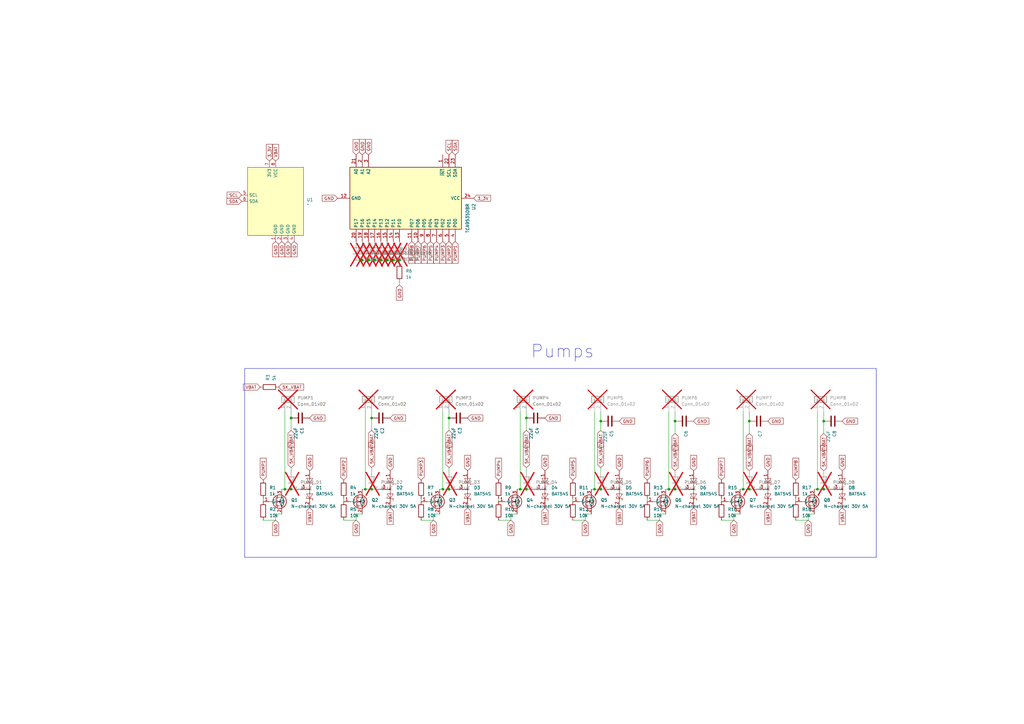
<source format=kicad_sch>
(kicad_sch (version 20250114) (generator "eeschema") (generator_version "9.0")
  (paper "A3")
  (lib_symbols
    (symbol "Connector_Generic:Conn_01x02" (pin_names (offset 1.016) (hide yes))
      (property "Reference" "J" (at 0 2.54 0))
      (property "Value" "Conn_01x02" (at 0 -5.08 0))
      (symbol "Conn_01x02_1_1"
        (rectangle (start -1.27 1.27) (end 1.27 -3.81) (stroke (width 0.254)) (fill (type background)))
        (rectangle (start -1.27 0.127) (end 0 -0.127) (stroke (width 0.1524)))
        (rectangle (start -1.27 -2.413) (end 0 -2.667) (stroke (width 0.1524)))
        (pin passive line (at -5.08 0 0) (length 3.81) (name "Pin_1") (number "1"))
        (pin passive line (at -5.08 -2.54 0) (length 3.81) (name "Pin_2") (number "2"))
      )
    )
    (symbol "Device:C" (pin_numbers (hide yes)) (pin_names (offset 0.254))
      (property "Reference" "C" (at 0.635 2.54 0))
      (property "Value" "C" (at 0.635 -2.54 0))
      (symbol "C_0_1"
        (polyline (pts (xy -2.032 0.762) (xy 2.032 0.762)) (stroke (width 0.508)))
        (polyline (pts (xy -2.032 -0.762) (xy 2.032 -0.762)) (stroke (width 0.508)))
      )
      (symbol "C_1_1"
        (pin passive line (at 0 3.81 270) (length 2.794) (name "~") (number "1"))
        (pin passive line (at 0 -3.81 90) (length 2.794) (name "~") (number "2"))
      )
    )
    (symbol "Device:LED" (pin_numbers (hide yes)) (pin_names (offset 1.016) (hide yes))
      (property "Reference" "D" (at 0 2.54 0))
      (property "Value" "LED" (at 0 -2.54 0))
      (symbol "LED_0_1"
        (polyline (pts (xy -3.048 -0.762) (xy -4.572 -2.286) (xy -3.81 -2.286) (xy -4.572 -2.286) (xy -4.572 -1.524)))
        (polyline (pts (xy -1.778 -0.762) (xy -3.302 -2.286) (xy -2.54 -2.286) (xy -3.302 -2.286) (xy -3.302 -1.524)))
        (polyline (pts (xy -1.27 0) (xy 1.27 0)))
        (polyline (pts (xy -1.27 -1.27) (xy -1.27 1.27)) (stroke (width 0.254)))
        (polyline (pts (xy 1.27 -1.27) (xy 1.27 1.27) (xy -1.27 0) (xy 1.27 -1.27)) (stroke (width 0.254)))
      )
      (symbol "LED_1_1"
        (pin passive line (at -3.81 0 0) (length 2.54) (name "K") (number "1"))
        (pin passive line (at 3.81 0 180) (length 2.54) (name "A") (number "2"))
      )
    )
    (symbol "Device:R" (pin_numbers (hide yes)) (pin_names (offset 0))
      (property "Reference" "R" (at 2.032 0 90))
      (property "Value" "R" (at 0 0 90))
      (symbol "R_0_1"
        (rectangle (start -1.016 -2.54) (end 1.016 2.54) (stroke (width 0.254)))
      )
      (symbol "R_1_1"
        (pin passive line (at 0 3.81 270) (length 1.27) (name "~") (number "1"))
        (pin passive line (at 0 -3.81 90) (length 1.27) (name "~") (number "2"))
      )
    )
    (symbol "Diode:BAS40-04" (pin_names (offset 1.016))
      (property "Reference" "D" (at 0.635 -1.27 0))
      (property "Value" "BAS40-04" (at -6.35 5.715 0))
      (symbol "BAS40-04_0_1"
        (polyline (pts (xy -4.445 3.81) (xy -4.445 1.27) (xy -2.54 2.54) (xy -4.445 3.81)))
        (polyline (pts (xy -3.81 2.54) (xy -1.27 2.54)))
        (polyline (pts (xy -3.175 1.27) (xy -3.175 1.524)))
        (polyline (pts (xy -2.54 3.81) (xy -1.905 3.81)))
        (polyline (pts (xy -2.54 1.27) (xy -3.175 1.27)))
        (polyline (pts (xy -2.54 1.27) (xy -2.54 3.81)))
        (polyline (pts (xy -1.905 3.81) (xy -1.905 3.556)))
        (polyline (pts (xy -1.905 2.54) (xy 1.905 2.54)))
        (circle (center 0 2.54) (radius 0.254) (fill (type outline)))
        (polyline (pts (xy 1.27 2.54) (xy 3.81 2.54)))
        (polyline (pts (xy 1.905 3.81) (xy 1.905 1.27) (xy 3.81 2.54) (xy 1.905 3.81)))
        (polyline (pts (xy 3.175 1.27) (xy 3.175 1.524)))
        (polyline (pts (xy 3.81 3.81) (xy 4.445 3.81)))
        (polyline (pts (xy 3.81 1.27) (xy 3.175 1.27)))
        (polyline (pts (xy 3.81 1.27) (xy 3.81 3.81)))
        (polyline (pts (xy 4.445 3.81) (xy 4.445 3.556)))
      )
      (symbol "BAS40-04_1_1"
        (pin passive line (at -7.62 2.54 0) (length 3.81) (name "~") (number "1"))
        (pin passive line (at 0 -2.54 90) (length 5.08) (name "~") (number "3"))
        (pin passive line (at 7.62 2.54 180) (length 3.81) (name "~") (number "2"))
      )
    )
    (symbol "ESP32-DEVKITC-32D:SL2300" (pin_names (offset 1.016))
      (property "Reference" "Q" (at 0 0 0))
      (property "Value" "SL2300" (at 7.62 0 0))
      (symbol "SL2300_1_1"
        (polyline (pts (xy -1.016 1.905) (xy -1.016 -1.905)) (stroke (width 0.254)))
        (polyline (pts (xy -1.016 0) (xy -3.81 0)))
        (polyline (pts (xy -0.508 2.286) (xy -0.508 1.27)) (stroke (width 0.254)))
        (polyline (pts (xy -0.508 0.508) (xy -0.508 -0.508)) (stroke (width 0.254)))
        (polyline (pts (xy -0.508 -1.27) (xy -0.508 -2.286)) (stroke (width 0.254)))
        (polyline (pts (xy -0.508 -1.778) (xy 2.032 -1.778) (xy 2.032 1.778) (xy -0.508 1.778)))
        (polyline (pts (xy -0.254 0) (xy 0.762 0.381) (xy 0.762 -0.381) (xy -0.254 0)) (fill (type outline)))
        (circle (center 0.381 0) (radius 2.794) (stroke (width 0.254)))
        (polyline (pts (xy 1.27 2.54) (xy 1.27 1.778)))
        (circle (center 1.27 1.778) (radius 0.254) (fill (type outline)))
        (circle (center 1.27 -1.778) (radius 0.254) (fill (type outline)))
        (polyline (pts (xy 1.27 -2.54) (xy 1.27 0) (xy -0.508 0)))
        (polyline (pts (xy 1.524 0.508) (xy 1.651 0.381) (xy 2.413 0.381) (xy 2.54 0.254)))
        (polyline (pts (xy 2.032 0.381) (xy 1.651 -0.254) (xy 2.413 -0.254) (xy 2.032 0.381)))
        (pin input line (at -6.35 0 0) (length 2.54) (name "G") (number "1"))
        (pin passive line (at 1.27 5.08 270) (length 2.54) (name "D") (number "3"))
        (pin passive line (at 1.27 -5.08 90) (length 2.54) (name "S") (number "2"))
      )
    )
    (symbol "Interface_Expansion:TCA9535DBR"
      (property "Reference" "U" (at -11.43 24.13 0))
      (property "Value" "TCA9535DBR" (at 0 0 0))
      (symbol "TCA9535DBR_0_1"
        (rectangle (start -12.7 22.86) (end 12.7 -22.86) (stroke (width 0.254)) (fill (type background)))
      )
      (symbol "TCA9535DBR_1_1"
        (pin bidirectional line (at -17.78 20.32 0) (length 5.08) (name "SDA") (number "23"))
        (pin input line (at -17.78 17.78 0) (length 5.08) (name "SCL") (number "22"))
        (pin open_collector line (at -17.78 15.24 0) (length 5.08) (name "~{INT}") (number "1"))
        (pin input line (at -17.78 -15.24 0) (length 5.08) (name "A2") (number "3"))
        (pin input line (at -17.78 -17.78 0) (length 5.08) (name "A1") (number "2"))
        (pin input line (at -17.78 -20.32 0) (length 5.08) (name "A0") (number "21"))
        (pin power_in line (at 0 27.94 270) (length 5.08) (name "VCC") (number "24"))
        (pin power_in line (at 0 -27.94 90) (length 5.08) (name "GND") (number "12"))
        (pin bidirectional line (at 17.78 20.32 180) (length 5.08) (name "P00") (number "4"))
        (pin bidirectional line (at 17.78 17.78 180) (length 5.08) (name "P01") (number "5"))
        (pin bidirectional line (at 17.78 15.24 180) (length 5.08) (name "P02") (number "6"))
        (pin bidirectional line (at 17.78 12.7 180) (length 5.08) (name "P03") (number "7"))
        (pin bidirectional line (at 17.78 10.16 180) (length 5.08) (name "P04") (number "8"))
        (pin bidirectional line (at 17.78 7.62 180) (length 5.08) (name "P05") (number "9"))
        (pin bidirectional line (at 17.78 5.08 180) (length 5.08) (name "P06") (number "10"))
        (pin bidirectional line (at 17.78 2.54 180) (length 5.08) (name "P07") (number "11"))
        (pin bidirectional line (at 17.78 -2.54 180) (length 5.08) (name "P10") (number "13"))
        (pin bidirectional line (at 17.78 -5.08 180) (length 5.08) (name "P11") (number "14"))
        (pin bidirectional line (at 17.78 -7.62 180) (length 5.08) (name "P12") (number "15"))
        (pin bidirectional line (at 17.78 -10.16 180) (length 5.08) (name "P13") (number "16"))
        (pin bidirectional line (at 17.78 -12.7 180) (length 5.08) (name "P14") (number "17"))
        (pin bidirectional line (at 17.78 -15.24 180) (length 5.08) (name "P15") (number "18"))
        (pin bidirectional line (at 17.78 -17.78 180) (length 5.08) (name "P16") (number "19"))
        (pin bidirectional line (at 17.78 -20.32 180) (length 5.08) (name "P17") (number "20"))
      )
    )
    (symbol "Modules:Pump_Output"
      (property "Reference" "U" (at -6.35 15.24 0))
      (symbol "Pump_Output_1_1"
        (rectangle (start -12.7 12.7) (end 10.16 -15.24) (fill (type background)))
        (pin bidirectional line (at -15.24 1.27 0) (length 2.54) (name "SCL") (number "5"))
        (pin bidirectional line (at -15.24 -1.27 0) (length 2.54) (name "SDA") (number "6"))
        (pin power_in line (at -3.81 15.24 270) (length 2.54) (name "3V3") (number "7"))
        (pin power_in line (at -1.27 15.24 270) (length 2.54) (name "VCC") (number "8"))
        (pin power_in line (at -1.27 -17.78 90) (length 2.54) (name "GND") (number "1"))
        (pin power_in line (at 1.27 -17.78 90) (length 2.54) (name "GND") (number "2"))
        (pin power_in line (at 3.81 -17.78 90) (length 2.54) (name "GND") (number "3"))
        (pin power_in line (at 6.35 -17.78 90) (length 2.54) (name "GND") (number "4"))
      )
    )
  )
  (rectangle (start 100.33 151.13) (end 359.41 228.6))
  (text "Pumps" (at 243.84 147.32 0) (effects (font (size 5.2578 5.2578)) (justify right bottom)))
  (junction (at 184.15 200.66))
  (junction (at 215.9 200.66))
  (junction (at 152.4 171.45))
  (junction (at 304.8 200.66))
  (junction (at 246.38 172.72))
  (junction (at 181.61 200.66))
  (junction (at 119.38 171.45))
  (junction (at 307.34 172.72))
  (junction (at 152.4 200.66))
  (junction (at 246.38 200.66))
  (junction (at 337.82 172.72))
  (junction (at 276.86 200.66))
  (junction (at 149.86 200.66))
  (junction (at 151.13 106.68))
  (junction (at 276.86 172.72))
  (junction (at 337.82 200.66))
  (junction (at 156.21 106.68))
  (junction (at 161.29 106.68))
  (junction (at 215.9 171.45))
  (junction (at 153.67 106.68))
  (junction (at 274.32 200.66))
  (junction (at 243.84 200.66))
  (junction (at 116.84 200.66))
  (junction (at 163.83 106.68))
  (junction (at 158.75 106.68))
  (junction (at 307.34 200.66))
  (junction (at 119.38 200.66))
  (junction (at 213.36 200.66))
  (junction (at 148.59 106.68))
  (junction (at 184.15 171.45))
  (junction (at 335.28 200.66))
  (wire (pts (xy 274.32 168.91) (xy 274.32 200.66)))
  (wire (pts (xy 215.9 168.91) (xy 215.9 171.45)))
  (wire (pts (xy 107.95 204.47) (xy 107.95 205.74)))
  (wire (pts (xy 163.83 116.84) (xy 163.83 115.57)))
  (wire (pts (xy 274.32 200.66) (xy 273.05 200.66)))
  (wire (pts (xy 149.86 168.91) (xy 149.86 200.66)))
  (wire (pts (xy 152.4 200.66) (xy 154.94 200.66)))
  (wire (pts (xy 326.39 204.47) (xy 326.39 205.74)))
  (wire (pts (xy 246.38 200.66) (xy 248.92 200.66)))
  (wire (pts (xy 243.84 200.66) (xy 242.57 200.66)))
  (wire (pts (xy 240.03 210.82) (xy 240.03 213.36)))
  (wire (pts (xy 334.01 210.82) (xy 331.47 210.82)))
  (wire (pts (xy 152.4 168.91) (xy 152.4 171.45)))
  (wire (pts (xy 152.4 191.77) (xy 152.4 193.04)))
  (wire (pts (xy 246.38 200.66) (xy 243.84 200.66)))
  (wire (pts (xy 307.34 168.91) (xy 307.34 172.72)))
  (wire (pts (xy 234.95 204.47) (xy 234.95 205.74)))
  (wire (pts (xy 149.86 200.66) (xy 148.59 200.66)))
  (wire (pts (xy 300.99 210.82) (xy 300.99 213.36)))
  (wire (pts (xy 276.86 168.91) (xy 276.86 172.72)))
  (wire (pts (xy 212.09 210.82) (xy 209.55 210.82)))
  (wire (pts (xy 184.15 193.04) (xy 184.15 191.77)))
  (wire (pts (xy 300.99 213.36) (xy 295.91 213.36)))
  (wire (pts (xy 295.91 204.47) (xy 295.91 205.74)))
  (wire (pts (xy 172.72 204.47) (xy 172.72 205.74)))
  (wire (pts (xy 158.75 106.68) (xy 161.29 106.68)))
  (wire (pts (xy 215.9 200.66) (xy 213.36 200.66)))
  (wire (pts (xy 240.03 213.36) (xy 234.95 213.36)))
  (wire (pts (xy 246.38 191.77) (xy 246.38 193.04)))
  (wire (pts (xy 246.38 168.91) (xy 246.38 172.72)))
  (wire (pts (xy 184.15 168.91) (xy 184.15 171.45)))
  (wire (pts (xy 331.47 213.36) (xy 326.39 213.36)))
  (wire (pts (xy 184.15 200.66) (xy 181.61 200.66)))
  (wire (pts (xy 273.05 210.82) (xy 270.51 210.82)))
  (wire (pts (xy 331.47 210.82) (xy 331.47 213.36)))
  (wire (pts (xy 149.86 200.66) (xy 152.4 200.66)))
  (wire (pts (xy 119.38 200.66) (xy 121.92 200.66)))
  (wire (pts (xy 307.34 200.66) (xy 309.88 200.66)))
  (wire (pts (xy 146.05 210.82) (xy 146.05 213.36)))
  (wire (pts (xy 276.86 200.66) (xy 274.32 200.66)))
  (wire (pts (xy 209.55 213.36) (xy 204.47 213.36)))
  (wire (pts (xy 303.53 210.82) (xy 300.99 210.82)))
  (wire (pts (xy 270.51 213.36) (xy 265.43 213.36)))
  (wire (pts (xy 113.03 213.36) (xy 107.95 213.36)))
  (wire (pts (xy 335.28 168.91) (xy 335.28 200.66)))
  (wire (pts (xy 215.9 191.77) (xy 215.9 193.04)))
  (wire (pts (xy 148.59 106.68) (xy 146.05 106.68)))
  (wire (pts (xy 276.86 172.72) (xy 276.86 177.8)))
  (wire (pts (xy 119.38 168.91) (xy 119.38 171.45)))
  (wire (pts (xy 213.36 200.66) (xy 212.09 200.66)))
  (wire (pts (xy 156.21 106.68) (xy 158.75 106.68)))
  (wire (pts (xy 119.38 193.04) (xy 119.38 191.77)))
  (wire (pts (xy 181.61 200.66) (xy 180.34 200.66)))
  (wire (pts (xy 337.82 172.72) (xy 337.82 177.8)))
  (wire (pts (xy 270.51 210.82) (xy 270.51 213.36)))
  (wire (pts (xy 265.43 204.47) (xy 265.43 205.74)))
  (wire (pts (xy 242.57 210.82) (xy 240.03 210.82)))
  (wire (pts (xy 180.34 210.82) (xy 177.8 210.82)))
  (wire (pts (xy 163.83 107.95) (xy 163.83 106.68)))
  (wire (pts (xy 307.34 172.72) (xy 307.34 177.8)))
  (wire (pts (xy 113.03 210.82) (xy 113.03 213.36)))
  (wire (pts (xy 209.55 210.82) (xy 209.55 213.36)))
  (wire (pts (xy 177.8 210.82) (xy 177.8 213.36)))
  (wire (pts (xy 151.13 106.68) (xy 148.59 106.68)))
  (wire (pts (xy 204.47 204.47) (xy 204.47 205.74)))
  (wire (pts (xy 177.8 213.36) (xy 172.72 213.36)))
  (wire (pts (xy 307.34 200.66) (xy 304.8 200.66)))
  (wire (pts (xy 304.8 200.66) (xy 303.53 200.66)))
  (wire (pts (xy 335.28 200.66) (xy 334.01 200.66)))
  (wire (pts (xy 213.36 168.91) (xy 213.36 200.66)))
  (wire (pts (xy 181.61 168.91) (xy 181.61 200.66)))
  (wire (pts (xy 115.57 210.82) (xy 113.03 210.82)))
  (wire (pts (xy 243.84 168.91) (xy 243.84 200.66)))
  (wire (pts (xy 140.97 204.47) (xy 140.97 205.74)))
  (wire (pts (xy 304.8 168.91) (xy 304.8 200.66)))
  (wire (pts (xy 215.9 171.45) (xy 215.9 176.53)))
  (wire (pts (xy 119.38 200.66) (xy 116.84 200.66)))
  (wire (pts (xy 156.21 106.68) (xy 153.67 106.68)))
  (wire (pts (xy 246.38 172.72) (xy 246.38 176.53)))
  (wire (pts (xy 116.84 200.66) (xy 115.57 200.66)))
  (wire (pts (xy 337.82 200.66) (xy 340.36 200.66)))
  (wire (pts (xy 337.82 200.66) (xy 335.28 200.66)))
  (wire (pts (xy 153.67 106.68) (xy 151.13 106.68)))
  (wire (pts (xy 146.05 213.36) (xy 140.97 213.36)))
  (wire (pts (xy 276.86 200.66) (xy 279.4 200.66)))
  (wire (pts (xy 148.59 210.82) (xy 146.05 210.82)))
  (wire (pts (xy 184.15 200.66) (xy 186.69 200.66)))
  (wire (pts (xy 184.15 171.45) (xy 184.15 176.53)))
  (wire (pts (xy 161.29 106.68) (xy 163.83 106.68)))
  (wire (pts (xy 152.4 171.45) (xy 152.4 176.53)))
  (wire (pts (xy 116.84 168.91) (xy 116.84 200.66)))
  (wire (pts (xy 337.82 168.91) (xy 337.82 172.72)))
  (wire (pts (xy 215.9 200.66) (xy 218.44 200.66)))
  (wire (pts (xy 119.38 171.45) (xy 119.38 176.53)))
  (global_label "VBAT" (shape input) (at 119.38 176.53 270) (property "Intersheetrefs" "${INTERSHEET_REFS}" (effects (hide yes))))
  (global_label "VBAT" (shape input) (at 254 208.28 270) (property "Intersheetrefs" "${INTERSHEET_REFS}" (effects (hide yes))))
  (global_label "PUMP4" (shape input) (at 179.07 99.06 270) (property "Intersheetrefs" "${INTERSHEET_REFS}" (effects (hide yes))))
  (global_label "GND" (shape input) (at 127 193.04 90) (property "Intersheetrefs" "${INTERSHEET_REFS}" (effects (hide yes))))
  (global_label "SDA" (shape input) (at 186.69 63.5 90) (property "Intersheetrefs" "${INTERSHEET_REFS}" (effects (hide yes))))
  (global_label "5K_VBAT" (shape input) (at 152.4 191.77 90) (property "Intersheetrefs" "${INTERSHEET_REFS}" (effects (hide yes))))
  (global_label "3_3V" (shape input) (at 110.49 66.04 90) (property "Intersheetrefs" "${INTERSHEET_REFS}" (effects (hide yes))))
  (global_label "VBAT" (shape input) (at 307.34 177.8 270) (property "Intersheetrefs" "${INTERSHEET_REFS}" (effects (hide yes))))
  (global_label "PUMP1" (shape input) (at 186.69 99.06 270) (property "Intersheetrefs" "${INTERSHEET_REFS}" (effects (hide yes))))
  (global_label "SCL" (shape input) (at 184.15 63.5 90) (property "Intersheetrefs" "${INTERSHEET_REFS}" (effects (hide yes))))
  (global_label "GND" (shape input) (at 314.96 193.04 90) (property "Intersheetrefs" "${INTERSHEET_REFS}" (effects (hide yes))))
  (global_label "PUMP5" (shape input) (at 176.53 99.06 270) (property "Intersheetrefs" "${INTERSHEET_REFS}" (effects (hide yes))))
  (global_label "VBAT" (shape input) (at 106.68 158.75 180) (property "Intersheetrefs" "${INTERSHEET_REFS}" (effects (hide yes))))
  (global_label "SCL" (shape input) (at 99.06 80.01 180) (property "Intersheetrefs" "${INTERSHEET_REFS}" (effects (hide yes))))
  (global_label "PUMP8" (shape input) (at 326.39 196.85 90) (property "Intersheetrefs" "${INTERSHEET_REFS}" (effects (hide yes))))
  (global_label "PUMP5" (shape input) (at 234.95 196.85 90) (property "Intersheetrefs" "${INTERSHEET_REFS}" (effects (hide yes))))
  (global_label "GND" (shape input) (at 300.99 213.36 270) (property "Intersheetrefs" "${INTERSHEET_REFS}" (effects (hide yes))))
  (global_label "VBAT" (shape input) (at 337.82 177.8 270) (property "Intersheetrefs" "${INTERSHEET_REFS}" (effects (hide yes))))
  (global_label "PUMP2" (shape input) (at 140.97 196.85 90) (property "Intersheetrefs" "${INTERSHEET_REFS}" (effects (hide yes))))
  (global_label "GND" (shape input) (at 115.57 99.06 270) (property "Intersheetrefs" "${INTERSHEET_REFS}" (effects (hide yes))))
  (global_label "GND" (shape input) (at 127 171.45 0) (property "Intersheetrefs" "${INTERSHEET_REFS}" (effects (hide yes))))
  (global_label "VBAT" (shape input) (at 314.96 208.28 270) (property "Intersheetrefs" "${INTERSHEET_REFS}" (effects (hide yes))))
  (global_label "GND" (shape input) (at 148.59 63.5 90) (property "Intersheetrefs" "${INTERSHEET_REFS}" (effects (hide yes))))
  (global_label "PUMP8" (shape input) (at 168.91 99.06 270) (property "Intersheetrefs" "${INTERSHEET_REFS}" (effects (hide yes))))
  (global_label "PUMP6" (shape input) (at 265.43 196.85 90) (property "Intersheetrefs" "${INTERSHEET_REFS}" (effects (hide yes))))
  (global_label "VBAT" (shape input) (at 127 208.28 270) (property "Intersheetrefs" "${INTERSHEET_REFS}" (effects (hide yes))))
  (global_label "5K_VBAT" (shape input) (at 276.86 193.04 90) (property "Intersheetrefs" "${INTERSHEET_REFS}" (effects (hide yes))))
  (global_label "5K_VBAT" (shape input) (at 246.38 191.77 90) (property "Intersheetrefs" "${INTERSHEET_REFS}" (effects (hide yes))))
  (global_label "GND" (shape input) (at 146.05 213.36 270) (property "Intersheetrefs" "${INTERSHEET_REFS}" (effects (hide yes))))
  (global_label "PUMP6" (shape input) (at 173.99 99.06 270) (property "Intersheetrefs" "${INTERSHEET_REFS}" (effects (hide yes))))
  (global_label "VBAT" (shape input) (at 223.52 208.28 270) (property "Intersheetrefs" "${INTERSHEET_REFS}" (effects (hide yes))))
  (global_label "GND" (shape input) (at 160.02 171.45 0) (property "Intersheetrefs" "${INTERSHEET_REFS}" (effects (hide yes))))
  (global_label "GND" (shape input) (at 223.52 171.45 0) (property "Intersheetrefs" "${INTERSHEET_REFS}" (effects (hide yes))))
  (global_label "5K_VBAT" (shape input) (at 215.9 191.77 90) (property "Intersheetrefs" "${INTERSHEET_REFS}" (effects (hide yes))))
  (global_label "VBAT" (shape input) (at 284.48 208.28 270) (property "Intersheetrefs" "${INTERSHEET_REFS}" (effects (hide yes))))
  (global_label "GND" (shape input) (at 151.13 63.5 90) (property "Intersheetrefs" "${INTERSHEET_REFS}" (effects (hide yes))))
  (global_label "PUMP7" (shape input) (at 295.91 196.85 90) (property "Intersheetrefs" "${INTERSHEET_REFS}" (effects (hide yes))))
  (global_label "PUMP4" (shape input) (at 204.47 196.85 90) (property "Intersheetrefs" "${INTERSHEET_REFS}" (effects (hide yes))))
  (global_label "3_3V" (shape input) (at 194.31 81.28 0) (property "Intersheetrefs" "${INTERSHEET_REFS}" (effects (hide yes))))
  (global_label "PUMP2" (shape input) (at 184.15 99.06 270) (property "Intersheetrefs" "${INTERSHEET_REFS}" (effects (hide yes))))
  (global_label "GND" (shape input) (at 191.77 193.04 90) (property "Intersheetrefs" "${INTERSHEET_REFS}" (effects (hide yes))))
  (global_label "VBAT" (shape input) (at 184.15 176.53 270) (property "Intersheetrefs" "${INTERSHEET_REFS}" (effects (hide yes))))
  (global_label "VBAT" (shape input) (at 160.02 208.28 270) (property "Intersheetrefs" "${INTERSHEET_REFS}" (effects (hide yes))))
  (global_label "PUMP3" (shape input) (at 181.61 99.06 270) (property "Intersheetrefs" "${INTERSHEET_REFS}" (effects (hide yes))))
  (global_label "GND" (shape input) (at 345.44 193.04 90) (property "Intersheetrefs" "${INTERSHEET_REFS}" (effects (hide yes))))
  (global_label "GND" (shape input) (at 191.77 171.45 0) (property "Intersheetrefs" "${INTERSHEET_REFS}" (effects (hide yes))))
  (global_label "5K_VBAT" (shape input) (at 184.15 191.77 90) (property "Intersheetrefs" "${INTERSHEET_REFS}" (effects (hide yes))))
  (global_label "GND" (shape input) (at 270.51 213.36 270) (property "Intersheetrefs" "${INTERSHEET_REFS}" (effects (hide yes))))
  (global_label "GND" (shape input) (at 223.52 193.04 90) (property "Intersheetrefs" "${INTERSHEET_REFS}" (effects (hide yes))))
  (global_label "GND" (shape input) (at 160.02 193.04 90) (property "Intersheetrefs" "${INTERSHEET_REFS}" (effects (hide yes))))
  (global_label "GND" (shape input) (at 113.03 99.06 270) (property "Intersheetrefs" "${INTERSHEET_REFS}" (effects (hide yes))))
  (global_label "GND" (shape input) (at 113.03 213.36 270) (property "Intersheetrefs" "${INTERSHEET_REFS}" (effects (hide yes))))
  (global_label "GND" (shape input) (at 118.11 99.06 270) (property "Intersheetrefs" "${INTERSHEET_REFS}" (effects (hide yes))))
  (global_label "VBAT" (shape input) (at 345.44 208.28 270) (property "Intersheetrefs" "${INTERSHEET_REFS}" (effects (hide yes))))
  (global_label "5K_VBAT" (shape input) (at 307.34 193.04 90) (property "Intersheetrefs" "${INTERSHEET_REFS}" (effects (hide yes))))
  (global_label "GND" (shape input) (at 284.48 193.04 90) (property "Intersheetrefs" "${INTERSHEET_REFS}" (effects (hide yes))))
  (global_label "SDA" (shape input) (at 99.06 82.55 180) (property "Intersheetrefs" "${INTERSHEET_REFS}" (effects (hide yes))))
  (global_label "GND" (shape input) (at 331.47 213.36 270) (property "Intersheetrefs" "${INTERSHEET_REFS}" (effects (hide yes))))
  (global_label "GND" (shape input) (at 284.48 172.72 0) (property "Intersheetrefs" "${INTERSHEET_REFS}" (effects (hide yes))))
  (global_label "GND" (shape input) (at 209.55 213.36 270) (property "Intersheetrefs" "${INTERSHEET_REFS}" (effects (hide yes))))
  (global_label "PUMP3" (shape input) (at 172.72 196.85 90) (property "Intersheetrefs" "${INTERSHEET_REFS}" (effects (hide yes))))
  (global_label "5K_VBAT" (shape input) (at 114.3 158.75 0) (property "Intersheetrefs" "${INTERSHEET_REFS}" (effects (hide yes))))
  (global_label "GND" (shape input) (at 120.65 99.06 270) (property "Intersheetrefs" "${INTERSHEET_REFS}" (effects (hide yes))))
  (global_label "GND" (shape input) (at 345.44 172.72 0) (property "Intersheetrefs" "${INTERSHEET_REFS}" (effects (hide yes))))
  (global_label "GND" (shape input) (at 138.43 81.28 180) (property "Intersheetrefs" "${INTERSHEET_REFS}" (effects (hide yes))))
  (global_label "VBAT" (shape input) (at 276.86 177.8 270) (property "Intersheetrefs" "${INTERSHEET_REFS}" (effects (hide yes))))
  (global_label "5K_VBAT" (shape input) (at 119.38 191.77 90) (property "Intersheetrefs" "${INTERSHEET_REFS}" (effects (hide yes))))
  (global_label "VBAT" (shape input) (at 215.9 176.53 270) (property "Intersheetrefs" "${INTERSHEET_REFS}" (effects (hide yes))))
  (global_label "VBAT" (shape input) (at 191.77 208.28 270) (property "Intersheetrefs" "${INTERSHEET_REFS}" (effects (hide yes))))
  (global_label "GND" (shape input) (at 146.05 63.5 90) (property "Intersheetrefs" "${INTERSHEET_REFS}" (effects (hide yes))))
  (global_label "GND" (shape input) (at 254 172.72 0) (property "Intersheetrefs" "${INTERSHEET_REFS}" (effects (hide yes))))
  (global_label "VBAT" (shape input) (at 246.38 176.53 270) (property "Intersheetrefs" "${INTERSHEET_REFS}" (effects (hide yes))))
  (global_label "GND" (shape input) (at 254 193.04 90) (property "Intersheetrefs" "${INTERSHEET_REFS}" (effects (hide yes))))
  (global_label "PUMP1" (shape input) (at 107.95 196.85 90) (property "Intersheetrefs" "${INTERSHEET_REFS}" (effects (hide yes))))
  (global_label "PUMP7" (shape input) (at 171.45 99.06 270) (property "Intersheetrefs" "${INTERSHEET_REFS}" (effects (hide yes))))
  (global_label "VBAT" (shape input) (at 152.4 176.53 270) (property "Intersheetrefs" "${INTERSHEET_REFS}" (effects (hide yes))))
  (global_label "VBAT" (shape input) (at 113.03 66.04 90) (property "Intersheetrefs" "${INTERSHEET_REFS}" (effects (hide yes))))
  (global_label "GND" (shape input) (at 163.83 116.84 270) (property "Intersheetrefs" "${INTERSHEET_REFS}" (effects (hide yes))))
  (global_label "GND" (shape input) (at 177.8 213.36 270) (property "Intersheetrefs" "${INTERSHEET_REFS}" (effects (hide yes))))
  (global_label "GND" (shape input) (at 240.03 213.36 270) (property "Intersheetrefs" "${INTERSHEET_REFS}" (effects (hide yes))))
  (global_label "5K_VBAT" (shape input) (at 337.82 193.04 90) (property "Intersheetrefs" "${INTERSHEET_REFS}" (effects (hide yes))))
  (global_label "GND" (shape input) (at 314.96 172.72 0) (property "Intersheetrefs" "${INTERSHEET_REFS}" (effects (hide yes))))
  (symbol (lib_id "Device:LED") (at 246.38 196.85 90) (unit 1) (dnp yes)
    (property "Reference" "PUMP_D5" (at 250.19 197.8025 90) (effects (justify right)))
    (property "Value" "BLUE" (at 250.19 200.3425 90) (effects (justify right)))
    (property "Footprint" "LED_SMD:LED_0805_2012Metric" (effects (hide yes)))
    (property "Description" "Light emitting diode" (effects (hide yes)))
    (property "LCSC_PART_NUMBER" "C205441" (effects (hide yes)))
    (property "Sim.Pins" "1=K 2=A" (effects (hide yes)))
  )
  (symbol (lib_id "Diode:BAS40-04") (at 342.9 200.66 270) (unit 1)
    (property "Reference" "D8" (at 347.98 200.025 90) (effects (justify left)))
    (property "Value" "BAT54S" (at 347.98 202.565 90) (effects (justify left)))
    (property "Footprint" "Package_TO_SOT_SMD:SOT-23" (effects (hide yes)))
    (property "Datasheet" "http://www.vishay.com/docs/85701/bas40v.pdf" (effects (hide yes)))
    (property "Description" "40V 0.2A Dual Small Signal Schottky Diodes" (effects (hide yes)))
    (property "LCSC_PART_NUMBER" "C916425" (effects (hide yes)))
  )
  (symbol (lib_id "ESP32-DEVKITC-32D:SL2300") (at 114.3 205.74 0) (unit 1)
    (property "Reference" "Q1" (at 119.38 205.105 0) (effects (justify left)))
    (property "Value" "N-channel 30V 5A" (at 119.38 207.645 0) (effects (justify left)))
    (property "Footprint" "PCM_Package_TO_SOT_SMD_AKL:SOT-23" (effects (hide yes)))
    (property "LCSC_PART_NUMBER" "C5364313" (effects (hide yes)))
  )
  (symbol (lib_id "Device:R") (at 326.39 209.55 0) (unit 1)
    (property "Reference" "R18" (at 328.93 208.915 0) (effects (justify left)))
    (property "Value" "10k" (at 328.93 211.455 0) (effects (justify left)))
    (property "Footprint" "Resistor_SMD:R_0603_1608Metric" (effects (hide yes)))
    (property "Description" "Resistor" (effects (hide yes)))
    (property "LCSC_PART_NUMBER" "C212284" (effects (hide yes)))
  )
  (symbol (lib_id "Device:C") (at 311.15 172.72 90) (unit 1)
    (property "Reference" "C7" (at 311.785 176.53 0) (effects (justify right)))
    (property "Value" "22uF" (effects (hide yes)))
    (property "Footprint" "PCM_Capacitor_SMD_Handsoldering_AKL:C_0805_2012Metric_Pad1.18x1.45mm" (effects (hide yes)))
    (property "Description" "Unpolarized capacitor" (effects (hide yes)))
    (property "LCSC_PART_NUMBER" "C45783" (effects (hide yes)))
  )
  (symbol (lib_id "Device:LED") (at 152.4 196.85 90) (unit 1) (dnp yes)
    (property "Reference" "PUMP_D2" (at 156.21 197.8025 90) (effects (justify right)))
    (property "Value" "BLUE" (at 156.21 200.3425 90) (effects (justify right)))
    (property "Footprint" "LED_SMD:LED_0805_2012Metric" (effects (hide yes)))
    (property "Description" "Light emitting diode" (effects (hide yes)))
    (property "LCSC_PART_NUMBER" "C205441" (effects (hide yes)))
    (property "Sim.Pins" "1=K 2=A" (effects (hide yes)))
  )
  (symbol (lib_id "Device:LED") (at 163.83 102.87 90) (unit 1) (dnp yes)
    (property "Reference" "P_FAULT8" (at 167.64 103.8225 90) (effects (justify right)))
    (property "Value" "RED" (at 167.64 106.3625 90) (effects (justify right)))
    (property "Footprint" "LED_SMD:LED_0805_2012Metric" (effects (hide yes)))
    (property "Description" "Light emitting diode" (effects (hide yes)))
    (property "LCSC_PART_NUMBER" "C205441" (effects (hide yes)))
    (property "Sim.Pins" "1=K 2=A" (effects (hide yes)))
  )
  (symbol (lib_id "Diode:BAS40-04") (at 124.46 200.66 270) (unit 1)
    (property "Reference" "D1" (at 129.54 200.025 90) (effects (justify left)))
    (property "Value" "BAT54S" (at 129.54 202.565 90) (effects (justify left)))
    (property "Footprint" "Package_TO_SOT_SMD:SOT-23" (effects (hide yes)))
    (property "Datasheet" "http://www.vishay.com/docs/85701/bas40v.pdf" (effects (hide yes)))
    (property "Description" "40V 0.2A Dual Small Signal Schottky Diodes" (effects (hide yes)))
    (property "LCSC_PART_NUMBER" "C916425" (effects (hide yes)))
  )
  (symbol (lib_id "Device:C") (at 187.96 171.45 90) (unit 1)
    (property "Reference" "C3" (at 188.595 175.26 0) (effects (justify right)))
    (property "Value" "22uF" (at 186.055 175.26 0) (effects (justify right)))
    (property "Footprint" "PCM_Capacitor_SMD_Handsoldering_AKL:C_0805_2012Metric_Pad1.18x1.45mm" (effects (hide yes)))
    (property "Description" "Unpolarized capacitor" (effects (hide yes)))
    (property "LCSC_PART_NUMBER" "C45783" (effects (hide yes)))
  )
  (symbol (lib_id "Connector_Generic:Conn_01x02") (at 274.32 163.83 90) (unit 1) (dnp yes)
    (property "Reference" "PUMP6" (at 279.4 163.195 90) (effects (justify right)))
    (property "Value" "Conn_01x02" (at 279.4 165.735 90) (effects (justify right)))
    (property "Footprint" "Connector_JST:JST_EH_B2B-EH-A_1x02_P2.50mm_Vertical" (effects (hide yes)))
    (property "Description" "Generic connector, single row, 01x02, script generated (kicad-library-utils/schlib/autogen/connector/)" (effects (hide yes)))
  )
  (symbol (lib_id "Connector_Generic:Conn_01x02") (at 243.84 163.83 90) (unit 1) (dnp yes)
    (property "Reference" "PUMP5" (at 248.92 163.195 90) (effects (justify right)))
    (property "Value" "Conn_01x02" (at 248.92 165.735 90) (effects (justify right)))
    (property "Footprint" "Connector_JST:JST_EH_B2B-EH-A_1x02_P2.50mm_Vertical" (effects (hide yes)))
    (property "Description" "Generic connector, single row, 01x02, script generated (kicad-library-utils/schlib/autogen/connector/)" (effects (hide yes)))
  )
  (symbol (lib_id "Device:LED") (at 146.05 102.87 90) (unit 1) (dnp yes)
    (property "Reference" "P_FAULT1" (at 149.86 103.8225 90) (effects (justify right)))
    (property "Value" "RED" (at 149.86 106.3625 90) (effects (justify right)))
    (property "Footprint" "LED_SMD:LED_0805_2012Metric" (effects (hide yes)))
    (property "Description" "Light emitting diode" (effects (hide yes)))
    (property "LCSC_PART_NUMBER" "C205441" (effects (hide yes)))
    (property "Sim.Pins" "1=K 2=A" (effects (hide yes)))
  )
  (symbol (lib_id "ESP32-DEVKITC-32D:SL2300") (at 210.82 205.74 0) (unit 1)
    (property "Reference" "Q4" (at 215.9 205.105 0) (effects (justify left)))
    (property "Value" "N-channel 30V 5A" (at 215.9 207.645 0) (effects (justify left)))
    (property "Footprint" "PCM_Package_TO_SOT_SMD_AKL:SOT-23" (effects (hide yes)))
    (property "LCSC_PART_NUMBER" "C5364313" (effects (hide yes)))
  )
  (symbol (lib_id "Diode:BAS40-04") (at 157.48 200.66 270) (unit 1)
    (property "Reference" "D2" (at 162.56 200.025 90) (effects (justify left)))
    (property "Value" "BAT54S" (at 162.56 202.565 90) (effects (justify left)))
    (property "Footprint" "Package_TO_SOT_SMD:SOT-23" (effects (hide yes)))
    (property "Datasheet" "http://www.vishay.com/docs/85701/bas40v.pdf" (effects (hide yes)))
    (property "Description" "40V 0.2A Dual Small Signal Schottky Diodes" (effects (hide yes)))
    (property "LCSC_PART_NUMBER" "C916425" (effects (hide yes)))
  )
  (symbol (lib_id "Diode:BAS40-04") (at 220.98 200.66 270) (unit 1)
    (property "Reference" "D4" (at 226.06 200.025 90) (effects (justify left)))
    (property "Value" "BAT54S" (at 226.06 202.565 90) (effects (justify left)))
    (property "Footprint" "Package_TO_SOT_SMD:SOT-23" (effects (hide yes)))
    (property "Datasheet" "http://www.vishay.com/docs/85701/bas40v.pdf" (effects (hide yes)))
    (property "Description" "40V 0.2A Dual Small Signal Schottky Diodes" (effects (hide yes)))
    (property "LCSC_PART_NUMBER" "C916425" (effects (hide yes)))
  )
  (symbol (lib_id "Device:LED") (at 337.82 196.85 90) (unit 1) (dnp yes)
    (property "Reference" "PUMP_D8" (at 341.63 197.8025 90) (effects (justify right)))
    (property "Value" "BLUE" (at 341.63 200.3425 90) (effects (justify right)))
    (property "Footprint" "LED_SMD:LED_0805_2012Metric" (effects (hide yes)))
    (property "Description" "Light emitting diode" (effects (hide yes)))
    (property "LCSC_PART_NUMBER" "C205441" (effects (hide yes)))
    (property "Sim.Pins" "1=K 2=A" (effects (hide yes)))
  )
  (symbol (lib_id "Device:R") (at 295.91 200.66 0) (unit 1)
    (property "Reference" "R15" (at 298.45 200.025 0) (effects (justify left)))
    (property "Value" "1k" (at 298.45 202.565 0) (effects (justify left)))
    (property "Footprint" "Resistor_SMD:R_0603_1608Metric" (effects (hide yes)))
    (property "Description" "Resistor" (effects (hide yes)))
    (property "LCSC_PART_NUMBER" "C95781" (effects (hide yes)))
  )
  (symbol (lib_id "Device:LED") (at 307.34 196.85 90) (unit 1) (dnp yes)
    (property "Reference" "PUMP_D7" (at 311.15 197.8025 90) (effects (justify right)))
    (property "Value" "BLUE" (at 311.15 200.3425 90) (effects (justify right)))
    (property "Footprint" "LED_SMD:LED_0805_2012Metric" (effects (hide yes)))
    (property "Description" "Light emitting diode" (effects (hide yes)))
    (property "LCSC_PART_NUMBER" "C205441" (effects (hide yes)))
    (property "Sim.Pins" "1=K 2=A" (effects (hide yes)))
  )
  (symbol (lib_id "Device:LED") (at 184.15 196.85 90) (unit 1) (dnp yes)
    (property "Reference" "PUMP_D3" (at 187.96 197.8025 90) (effects (justify right)))
    (property "Value" "BLUE" (at 187.96 200.3425 90) (effects (justify right)))
    (property "Footprint" "LED_SMD:LED_0805_2012Metric" (effects (hide yes)))
    (property "Description" "Light emitting diode" (effects (hide yes)))
    (property "LCSC_PART_NUMBER" "C205441" (effects (hide yes)))
    (property "Sim.Pins" "1=K 2=A" (effects (hide yes)))
  )
  (symbol (lib_id "Device:C") (at 219.71 171.45 90) (unit 1)
    (property "Reference" "C4" (at 220.345 175.26 0) (effects (justify right)))
    (property "Value" "22uF" (at 217.805 175.26 0) (effects (justify right)))
    (property "Footprint" "PCM_Capacitor_SMD_Handsoldering_AKL:C_0805_2012Metric_Pad1.18x1.45mm" (effects (hide yes)))
    (property "Description" "Unpolarized capacitor" (effects (hide yes)))
    (property "LCSC_PART_NUMBER" "C45783" (effects (hide yes)))
  )
  (symbol (lib_id "Device:R") (at 204.47 209.55 0) (unit 1)
    (property "Reference" "R10" (at 207.01 208.915 0) (effects (justify left)))
    (property "Value" "10k" (at 207.01 211.455 0) (effects (justify left)))
    (property "Footprint" "Resistor_SMD:R_0603_1608Metric" (effects (hide yes)))
    (property "Description" "Resistor" (effects (hide yes)))
    (property "LCSC_PART_NUMBER" "C212284" (effects (hide yes)))
  )
  (symbol (lib_id "Device:R") (at 140.97 200.66 0) (unit 1)
    (property "Reference" "R4" (at 143.51 200.025 0) (effects (justify left)))
    (property "Value" "1k" (at 143.51 202.565 0) (effects (justify left)))
    (property "Footprint" "Resistor_SMD:R_0603_1608Metric" (effects (hide yes)))
    (property "Description" "Resistor" (effects (hide yes)))
    (property "LCSC_PART_NUMBER" "C95781" (effects (hide yes)))
  )
  (symbol (lib_id "Device:C") (at 341.63 172.72 90) (unit 1)
    (property "Reference" "C8" (at 342.265 176.53 0) (effects (justify right)))
    (property "Value" "22uF" (at 339.725 176.53 0) (effects (justify right)))
    (property "Footprint" "PCM_Capacitor_SMD_Handsoldering_AKL:C_0805_2012Metric_Pad1.18x1.45mm" (effects (hide yes)))
    (property "Description" "Unpolarized capacitor" (effects (hide yes)))
    (property "LCSC_PART_NUMBER" "C45783" (effects (hide yes)))
  )
  (symbol (lib_id "Diode:BAS40-04") (at 281.94 200.66 270) (unit 1)
    (property "Reference" "D6" (at 287.02 200.025 90) (effects (justify left)))
    (property "Value" "BAT54S" (at 287.02 202.565 90) (effects (justify left)))
    (property "Footprint" "Package_TO_SOT_SMD:SOT-23" (effects (hide yes)))
    (property "Datasheet" "http://www.vishay.com/docs/85701/bas40v.pdf" (effects (hide yes)))
    (property "Description" "40V 0.2A Dual Small Signal Schottky Diodes" (effects (hide yes)))
    (property "LCSC_PART_NUMBER" "C916425" (effects (hide yes)))
  )
  (symbol (lib_id "Device:LED") (at 276.86 196.85 90) (unit 1) (dnp yes)
    (property "Reference" "PUMP_D6" (at 280.67 197.8025 90) (effects (justify right)))
    (property "Value" "BLUE" (at 280.67 200.3425 90) (effects (justify right)))
    (property "Footprint" "LED_SMD:LED_0805_2012Metric" (effects (hide yes)))
    (property "Description" "Light emitting diode" (effects (hide yes)))
    (property "LCSC_PART_NUMBER" "C205441" (effects (hide yes)))
    (property "Sim.Pins" "1=K 2=A" (effects (hide yes)))
  )
  (symbol (lib_id "Device:R") (at 204.47 200.66 0) (unit 1)
    (property "Reference" "R9" (at 207.01 200.025 0) (effects (justify left)))
    (property "Value" "1k" (at 207.01 202.565 0) (effects (justify left)))
    (property "Footprint" "Resistor_SMD:R_0603_1608Metric" (effects (hide yes)))
    (property "Description" "Resistor" (effects (hide yes)))
    (property "LCSC_PART_NUMBER" "C95781" (effects (hide yes)))
  )
  (symbol (lib_id "Device:R") (at 234.95 200.66 0) (unit 1)
    (property "Reference" "R11" (at 237.49 200.025 0) (effects (justify left)))
    (property "Value" "1k" (at 237.49 202.565 0) (effects (justify left)))
    (property "Footprint" "Resistor_SMD:R_0603_1608Metric" (effects (hide yes)))
    (property "Description" "Resistor" (effects (hide yes)))
    (property "LCSC_PART_NUMBER" "C95781" (effects (hide yes)))
  )
  (symbol (lib_id "Device:R") (at 140.97 209.55 0) (unit 1)
    (property "Reference" "R5" (at 143.51 208.915 0) (effects (justify left)))
    (property "Value" "10k" (at 143.51 211.455 0) (effects (justify left)))
    (property "Footprint" "Resistor_SMD:R_0603_1608Metric" (effects (hide yes)))
    (property "Description" "Resistor" (effects (hide yes)))
    (property "LCSC_PART_NUMBER" "C212284" (effects (hide yes)))
  )
  (symbol (lib_id "Device:C") (at 280.67 172.72 90) (unit 1)
    (property "Reference" "C6" (at 281.305 176.53 0) (effects (justify right)))
    (property "Value" "22uF" (effects (hide yes)))
    (property "Footprint" "PCM_Capacitor_SMD_Handsoldering_AKL:C_0805_2012Metric_Pad1.18x1.45mm" (effects (hide yes)))
    (property "Description" "Unpolarized capacitor" (effects (hide yes)))
    (property "LCSC_PART_NUMBER" "C45783" (effects (hide yes)))
  )
  (symbol (lib_id "Device:C") (at 156.21 171.45 90) (unit 1)
    (property "Reference" "C2" (at 156.845 175.26 0) (effects (justify right)))
    (property "Value" "22uF" (at 154.305 175.26 0) (effects (justify right)))
    (property "Footprint" "PCM_Capacitor_SMD_Handsoldering_AKL:C_0805_2012Metric_Pad1.18x1.45mm" (effects (hide yes)))
    (property "Description" "Unpolarized capacitor" (effects (hide yes)))
    (property "LCSC_PART_NUMBER" "C45783" (effects (hide yes)))
  )
  (symbol (lib_id "Device:LED") (at 161.29 102.87 90) (unit 1) (dnp yes)
    (property "Reference" "P_FAULT7" (at 163.83 102.362 90) (effects (justify right)))
    (property "Value" "RED" (at 165.1 106.3625 90) (effects (justify right)))
    (property "Footprint" "LED_SMD:LED_0805_2012Metric" (effects (hide yes)))
    (property "Description" "Light emitting diode" (effects (hide yes)))
    (property "LCSC_PART_NUMBER" "C205441" (effects (hide yes)))
    (property "Sim.Pins" "1=K 2=A" (effects (hide yes)))
  )
  (symbol (lib_id "Connector_Generic:Conn_01x02") (at 335.28 163.83 90) (unit 1) (dnp yes)
    (property "Reference" "PUMP8" (at 340.36 163.195 90) (effects (justify right)))
    (property "Value" "Conn_01x02" (at 340.36 165.735 90) (effects (justify right)))
    (property "Footprint" "Connector_JST:JST_EH_B2B-EH-A_1x02_P2.50mm_Vertical" (effects (hide yes)))
    (property "Description" "Generic connector, single row, 01x02, script generated (kicad-library-utils/schlib/autogen/connector/)" (effects (hide yes)))
  )
  (symbol (lib_id "Interface_Expansion:TCA9535DBR") (at 166.37 81.28 270) (unit 1)
    (property "Reference" "U2" (at 194.31 83.4233 0) (effects (justify left)))
    (property "Value" "TCA9535DBR" (at 191.77 83.4233 0) (effects (justify left)))
    (property "Footprint" "Package_SO:SSOP-24_5.3x8.2mm_P0.65mm" (effects (hide yes)))
    (property "Datasheet" "http://www.ti.com/lit/ds/symlink/tca9535.pdf" (effects (hide yes)))
    (property "Description" "16-bit I/O expander, I2C and SMBus interface, interrupts, w/o pull-ups, SSOP-24" (effects (hide yes)))
  )
  (symbol (lib_id "Connector_Generic:Conn_01x02") (at 149.86 163.83 90) (unit 1) (dnp yes)
    (property "Reference" "PUMP2" (at 154.94 163.195 90) (effects (justify right)))
    (property "Value" "Conn_01x02" (at 154.94 165.735 90) (effects (justify right)))
    (property "Footprint" "Connector_JST:JST_EH_B2B-EH-A_1x02_P2.50mm_Vertical" (effects (hide yes)))
    (property "Description" "Generic connector, single row, 01x02, script generated (kicad-library-utils/schlib/autogen/connector/)" (effects (hide yes)))
  )
  (symbol (lib_id "Diode:BAS40-04") (at 312.42 200.66 270) (unit 1)
    (property "Reference" "D7" (at 317.5 200.025 90) (effects (justify left)))
    (property "Value" "BAT54S" (at 317.5 202.565 90) (effects (justify left)))
    (property "Footprint" "Package_TO_SOT_SMD:SOT-23" (effects (hide yes)))
    (property "Datasheet" "http://www.vishay.com/docs/85701/bas40v.pdf" (effects (hide yes)))
    (property "Description" "40V 0.2A Dual Small Signal Schottky Diodes" (effects (hide yes)))
    (property "LCSC_PART_NUMBER" "C916425" (effects (hide yes)))
  )
  (symbol (lib_id "Device:R") (at 107.95 209.55 0) (unit 1)
    (property "Reference" "R2" (at 110.49 208.915 0) (effects (justify left)))
    (property "Value" "10k" (at 110.49 211.455 0) (effects (justify left)))
    (property "Footprint" "Resistor_SMD:R_0603_1608Metric" (effects (hide yes)))
    (property "Description" "Resistor" (effects (hide yes)))
    (property "LCSC_PART_NUMBER" "C212284" (effects (hide yes)))
  )
  (symbol (lib_id "Device:R") (at 107.95 200.66 0) (unit 1)
    (property "Reference" "R1" (at 110.49 200.025 0) (effects (justify left)))
    (property "Value" "1k" (at 110.49 202.565 0) (effects (justify left)))
    (property "Footprint" "Resistor_SMD:R_0603_1608Metric" (effects (hide yes)))
    (property "Description" "Resistor" (effects (hide yes)))
    (property "LCSC_PART_NUMBER" "C95781" (effects (hide yes)))
  )
  (symbol (lib_id "ESP32-DEVKITC-32D:SL2300") (at 271.78 205.74 0) (unit 1)
    (property "Reference" "Q6" (at 276.86 205.105 0) (effects (justify left)))
    (property "Value" "N-channel 30V 5A" (at 276.86 207.645 0) (effects (justify left)))
    (property "Footprint" "PCM_Package_TO_SOT_SMD_AKL:SOT-23" (effects (hide yes)))
    (property "LCSC_PART_NUMBER" "C5364313" (effects (hide yes)))
  )
  (symbol (lib_id "Device:C") (at 250.19 172.72 90) (unit 1)
    (property "Reference" "C5" (at 250.825 176.53 0) (effects (justify right)))
    (property "Value" "22uF" (at 248.285 176.53 0) (effects (justify right)))
    (property "Footprint" "PCM_Capacitor_SMD_Handsoldering_AKL:C_0805_2012Metric_Pad1.18x1.45mm" (effects (hide yes)))
    (property "Description" "Unpolarized capacitor" (effects (hide yes)))
    (property "LCSC_PART_NUMBER" "C45783" (effects (hide yes)))
  )
  (symbol (lib_id "Device:R") (at 265.43 209.55 0) (unit 1)
    (property "Reference" "R14" (at 267.97 208.915 0) (effects (justify left)))
    (property "Value" "10k" (at 267.97 211.455 0) (effects (justify left)))
    (property "Footprint" "Resistor_SMD:R_0603_1608Metric" (effects (hide yes)))
    (property "Description" "Resistor" (effects (hide yes)))
    (property "LCSC_PART_NUMBER" "C212284" (effects (hide yes)))
  )
  (symbol (lib_id "ESP32-DEVKITC-32D:SL2300") (at 179.07 205.74 0) (unit 1)
    (property "Reference" "Q3" (at 184.15 205.105 0) (effects (justify left)))
    (property "Value" "N-channel 30V 5A" (at 184.15 207.645 0) (effects (justify left)))
    (property "Footprint" "PCM_Package_TO_SOT_SMD_AKL:SOT-23" (effects (hide yes)))
    (property "LCSC_PART_NUMBER" "C5364313" (effects (hide yes)))
  )
  (symbol (lib_id "Device:LED") (at 153.67 102.87 90) (unit 1) (dnp yes)
    (property "Reference" "P_FAULT4" (at 157.48 103.8225 90) (effects (justify right)))
    (property "Value" "RED" (at 157.48 106.3625 90) (effects (justify right)))
    (property "Footprint" "LED_SMD:LED_0805_2012Metric" (effects (hide yes)))
    (property "Description" "Light emitting diode" (effects (hide yes)))
    (property "LCSC_PART_NUMBER" "C205441" (effects (hide yes)))
    (property "Sim.Pins" "1=K 2=A" (effects (hide yes)))
  )
  (symbol (lib_id "Device:R") (at 110.49 158.75 90) (unit 1)
    (property "Reference" "R3" (at 109.855 156.21 0) (effects (justify left)))
    (property "Value" "5k" (at 112.395 156.21 0) (effects (justify left)))
    (property "Footprint" "Resistor_SMD:R_0603_1608Metric" (effects (hide yes)))
    (property "Description" "Resistor" (effects (hide yes)))
    (property "LCSC_PART_NUMBER" "C17590" (effects (hide yes)))
  )
  (symbol (lib_id "Device:R") (at 163.83 111.76 180) (unit 1)
    (property "Reference" "R6" (at 166.37 111.125 0) (effects (justify right)))
    (property "Value" "1k" (at 166.37 113.665 0) (effects (justify right)))
    (property "Footprint" "Resistor_SMD:R_0603_1608Metric" (effects (hide yes)))
    (property "Description" "Resistor" (effects (hide yes)))
    (property "LCSC_PART_NUMBER" "C95781" (effects (hide yes)))
  )
  (symbol (lib_id "ESP32-DEVKITC-32D:SL2300") (at 302.26 205.74 0) (unit 1)
    (property "Reference" "Q7" (at 307.34 205.105 0) (effects (justify left)))
    (property "Value" "N-channel 30V 5A" (at 307.34 207.645 0) (effects (justify left)))
    (property "Footprint" "PCM_Package_TO_SOT_SMD_AKL:SOT-23" (effects (hide yes)))
    (property "LCSC_PART_NUMBER" "C5364313" (effects (hide yes)))
  )
  (symbol (lib_id "Connector_Generic:Conn_01x02") (at 304.8 163.83 90) (unit 1) (dnp yes)
    (property "Reference" "PUMP7" (at 309.88 163.195 90) (effects (justify right)))
    (property "Value" "Conn_01x02" (at 309.88 165.735 90) (effects (justify right)))
    (property "Footprint" "Connector_JST:JST_EH_B2B-EH-A_1x02_P2.50mm_Vertical" (effects (hide yes)))
    (property "Description" "Generic connector, single row, 01x02, script generated (kicad-library-utils/schlib/autogen/connector/)" (effects (hide yes)))
  )
  (symbol (lib_id "ESP32-DEVKITC-32D:SL2300") (at 241.3 205.74 0) (unit 1)
    (property "Reference" "Q5" (at 246.38 205.105 0) (effects (justify left)))
    (property "Value" "N-channel 30V 5A" (at 246.38 207.645 0) (effects (justify left)))
    (property "Footprint" "PCM_Package_TO_SOT_SMD_AKL:SOT-23" (effects (hide yes)))
    (property "LCSC_PART_NUMBER" "C5364313" (effects (hide yes)))
  )
  (symbol (lib_id "Device:LED") (at 119.38 196.85 90) (unit 1) (dnp yes)
    (property "Reference" "PUMP_D1" (at 123.19 197.8025 90) (effects (justify right)))
    (property "Value" "BLUE" (at 123.19 200.3425 90) (effects (justify right)))
    (property "Footprint" "LED_SMD:LED_0805_2012Metric" (effects (hide yes)))
    (property "Description" "Light emitting diode" (effects (hide yes)))
    (property "LCSC_PART_NUMBER" "C205441" (effects (hide yes)))
    (property "Sim.Pins" "1=K 2=A" (effects (hide yes)))
  )
  (symbol (lib_id "Device:R") (at 326.39 200.66 0) (unit 1)
    (property "Reference" "R17" (at 328.93 200.025 0) (effects (justify left)))
    (property "Value" "1k" (at 328.93 202.565 0) (effects (justify left)))
    (property "Footprint" "Resistor_SMD:R_0603_1608Metric" (effects (hide yes)))
    (property "Description" "Resistor" (effects (hide yes)))
    (property "LCSC_PART_NUMBER" "C95781" (effects (hide yes)))
  )
  (symbol (lib_id "Device:LED") (at 158.75 102.87 90) (unit 1) (dnp yes)
    (property "Reference" "P_FAULT6" (at 162.56 103.8225 90) (effects (justify right)))
    (property "Value" "RED" (at 162.56 106.3625 90) (effects (justify right)))
    (property "Footprint" "LED_SMD:LED_0805_2012Metric" (effects (hide yes)))
    (property "Description" "Light emitting diode" (effects (hide yes)))
    (property "LCSC_PART_NUMBER" "C205441" (effects (hide yes)))
    (property "Sim.Pins" "1=K 2=A" (effects (hide yes)))
  )
  (symbol (lib_id "Device:R") (at 172.72 209.55 0) (unit 1)
    (property "Reference" "R8" (at 175.26 208.915 0) (effects (justify left)))
    (property "Value" "10k" (at 175.26 211.455 0) (effects (justify left)))
    (property "Footprint" "Resistor_SMD:R_0603_1608Metric" (effects (hide yes)))
    (property "Description" "Resistor" (effects (hide yes)))
    (property "LCSC_PART_NUMBER" "C212284" (effects (hide yes)))
  )
  (symbol (lib_id "ESP32-DEVKITC-32D:SL2300") (at 147.32 205.74 0) (unit 1)
    (property "Reference" "Q2" (at 152.4 205.105 0) (effects (justify left)))
    (property "Value" "N-channel 30V 5A" (at 152.4 207.645 0) (effects (justify left)))
    (property "Footprint" "PCM_Package_TO_SOT_SMD_AKL:SOT-23" (effects (hide yes)))
    (property "LCSC_PART_NUMBER" "C5364313" (effects (hide yes)))
  )
  (symbol (lib_id "Device:LED") (at 148.59 102.87 90) (unit 1) (dnp yes)
    (property "Reference" "P_FAULT2" (at 152.4 103.8225 90) (effects (justify right)))
    (property "Value" "RED" (at 152.4 106.3625 90) (effects (justify right)))
    (property "Footprint" "LED_SMD:LED_0805_2012Metric" (effects (hide yes)))
    (property "Description" "Light emitting diode" (effects (hide yes)))
    (property "LCSC_PART_NUMBER" "C205441" (effects (hide yes)))
    (property "Sim.Pins" "1=K 2=A" (effects (hide yes)))
  )
  (symbol (lib_id "Device:R") (at 172.72 200.66 0) (unit 1)
    (property "Reference" "R7" (at 175.26 200.025 0) (effects (justify left)))
    (property "Value" "1k" (at 175.26 202.565 0) (effects (justify left)))
    (property "Footprint" "Resistor_SMD:R_0603_1608Metric" (effects (hide yes)))
    (property "Description" "Resistor" (effects (hide yes)))
    (property "LCSC_PART_NUMBER" "C95781" (effects (hide yes)))
  )
  (symbol (lib_id "Diode:BAS40-04") (at 189.23 200.66 270) (unit 1)
    (property "Reference" "D3" (at 194.31 200.025 90) (effects (justify left)))
    (property "Value" "BAT54S" (at 194.31 202.565 90) (effects (justify left)))
    (property "Footprint" "Package_TO_SOT_SMD:SOT-23" (effects (hide yes)))
    (property "Datasheet" "http://www.vishay.com/docs/85701/bas40v.pdf" (effects (hide yes)))
    (property "Description" "40V 0.2A Dual Small Signal Schottky Diodes" (effects (hide yes)))
    (property "LCSC_PART_NUMBER" "C916425" (effects (hide yes)))
  )
  (symbol (lib_id "Device:LED") (at 151.13 102.87 90) (unit 1) (dnp yes)
    (property "Reference" "P_FAULT3" (at 154.94 103.8225 90) (effects (justify right)))
    (property "Value" "RED" (at 154.94 106.3625 90) (effects (justify right)))
    (property "Footprint" "LED_SMD:LED_0805_2012Metric" (effects (hide yes)))
    (property "Description" "Light emitting diode" (effects (hide yes)))
    (property "LCSC_PART_NUMBER" "C205441" (effects (hide yes)))
    (property "Sim.Pins" "1=K 2=A" (effects (hide yes)))
  )
  (symbol (lib_id "Connector_Generic:Conn_01x02") (at 213.36 163.83 90) (unit 1) (dnp yes)
    (property "Reference" "PUMP4" (at 218.44 163.195 90) (effects (justify right)))
    (property "Value" "Conn_01x02" (at 218.44 165.735 90) (effects (justify right)))
    (property "Footprint" "Connector_JST:JST_EH_B2B-EH-A_1x02_P2.50mm_Vertical" (effects (hide yes)))
    (property "Description" "Generic connector, single row, 01x02, script generated (kicad-library-utils/schlib/autogen/connector/)" (effects (hide yes)))
  )
  (symbol (lib_id "Device:LED") (at 215.9 196.85 90) (unit 1) (dnp yes)
    (property "Reference" "PUMP_D4" (at 219.71 197.8025 90) (effects (justify right)))
    (property "Value" "BLUE" (at 219.71 200.3425 90) (effects (justify right)))
    (property "Footprint" "LED_SMD:LED_0805_2012Metric" (effects (hide yes)))
    (property "Description" "Light emitting diode" (effects (hide yes)))
    (property "LCSC_PART_NUMBER" "C205441" (effects (hide yes)))
    (property "Sim.Pins" "1=K 2=A" (effects (hide yes)))
  )
  (symbol (lib_id "Device:C") (at 123.19 171.45 90) (unit 1)
    (property "Reference" "C1" (at 123.825 175.26 0) (effects (justify right)))
    (property "Value" "22uF" (at 121.285 175.26 0) (effects (justify right)))
    (property "Footprint" "PCM_Capacitor_SMD_Handsoldering_AKL:C_0805_2012Metric_Pad1.18x1.45mm" (effects (hide yes)))
    (property "Description" "Unpolarized capacitor" (effects (hide yes)))
    (property "LCSC_PART_NUMBER" "C45783" (effects (hide yes)))
  )
  (symbol (lib_id "Modules:Pump_Output") (at 114.3 81.28 0) (unit 1)
    (property "Reference" "U1" (at 125.73 81.9149 0) (effects (justify left)))
    (property "Value" "~" (at 125.73 83.82 0) (effects (justify left)))
    (property "Footprint" "Modules:PumpModule" (effects (hide yes)))
  )
  (symbol (lib_id "Connector_Generic:Conn_01x02") (at 116.84 163.83 90) (unit 1) (dnp yes)
    (property "Reference" "PUMP1" (at 121.92 163.195 90) (effects (justify right)))
    (property "Value" "Conn_01x02" (at 121.92 165.735 90) (effects (justify right)))
    (property "Footprint" "Connector_JST:JST_EH_B2B-EH-A_1x02_P2.50mm_Vertical" (effects (hide yes)))
    (property "Description" "Generic connector, single row, 01x02, script generated (kicad-library-utils/schlib/autogen/connector/)" (effects (hide yes)))
  )
  (symbol (lib_id "Device:R") (at 234.95 209.55 0) (unit 1)
    (property "Reference" "R12" (at 237.49 208.915 0) (effects (justify left)))
    (property "Value" "10k" (at 237.49 211.455 0) (effects (justify left)))
    (property "Footprint" "Resistor_SMD:R_0603_1608Metric" (effects (hide yes)))
    (property "Description" "Resistor" (effects (hide yes)))
    (property "LCSC_PART_NUMBER" "C212284" (effects (hide yes)))
  )
  (symbol (lib_id "Diode:BAS40-04") (at 251.46 200.66 270) (unit 1)
    (property "Reference" "D5" (at 256.54 200.025 90) (effects (justify left)))
    (property "Value" "BAT54S" (at 256.54 202.565 90) (effects (justify left)))
    (property "Footprint" "Package_TO_SOT_SMD:SOT-23" (effects (hide yes)))
    (property "Datasheet" "http://www.vishay.com/docs/85701/bas40v.pdf" (effects (hide yes)))
    (property "Description" "40V 0.2A Dual Small Signal Schottky Diodes" (effects (hide yes)))
    (property "LCSC_PART_NUMBER" "C916425" (effects (hide yes)))
  )
  (symbol (lib_id "Device:R") (at 265.43 200.66 0) (unit 1)
    (property "Reference" "R13" (at 267.97 200.025 0) (effects (justify left)))
    (property "Value" "1k" (at 267.97 202.565 0) (effects (justify left)))
    (property "Footprint" "Resistor_SMD:R_0603_1608Metric" (effects (hide yes)))
    (property "Description" "Resistor" (effects (hide yes)))
    (property "LCSC_PART_NUMBER" "C95781" (effects (hide yes)))
  )
  (symbol (lib_id "Connector_Generic:Conn_01x02") (at 181.61 163.83 90) (unit 1) (dnp yes)
    (property "Reference" "PUMP3" (at 186.69 163.195 90) (effects (justify right)))
    (property "Value" "Conn_01x02" (at 186.69 165.735 90) (effects (justify right)))
    (property "Footprint" "Connector_JST:JST_EH_B2B-EH-A_1x02_P2.50mm_Vertical" (effects (hide yes)))
    (property "Description" "Generic connector, single row, 01x02, script generated (kicad-library-utils/schlib/autogen/connector/)" (effects (hide yes)))
  )
  (symbol (lib_id "Device:R") (at 295.91 209.55 0) (unit 1)
    (property "Reference" "R16" (at 298.45 208.915 0) (effects (justify left)))
    (property "Value" "10k" (at 298.45 211.455 0) (effects (justify left)))
    (property "Footprint" "Resistor_SMD:R_0603_1608Metric" (effects (hide yes)))
    (property "Description" "Resistor" (effects (hide yes)))
    (property "LCSC_PART_NUMBER" "C212284" (effects (hide yes)))
  )
  (symbol (lib_id "Device:LED") (at 156.21 102.87 90) (unit 1) (dnp yes)
    (property "Reference" "P_FAULT5" (at 160.02 103.8225 90) (effects (justify right)))
    (property "Value" "RED" (at 160.02 106.3625 90) (effects (justify right)))
    (property "Footprint" "LED_SMD:LED_0805_2012Metric" (effects (hide yes)))
    (property "Description" "Light emitting diode" (effects (hide yes)))
    (property "LCSC_PART_NUMBER" "C205441" (effects (hide yes)))
    (property "Sim.Pins" "1=K 2=A" (effects (hide yes)))
  )
  (symbol (lib_id "ESP32-DEVKITC-32D:SL2300") (at 332.74 205.74 0) (unit 1)
    (property "Reference" "Q8" (at 337.82 205.105 0) (effects (justify left)))
    (property "Value" "N-channel 30V 5A" (at 337.82 207.645 0) (effects (justify left)))
    (property "Footprint" "PCM_Package_TO_SOT_SMD_AKL:SOT-23" (effects (hide yes)))
    (property "LCSC_PART_NUMBER" "C5364313" (effects (hide yes)))
  )
)
</source>
